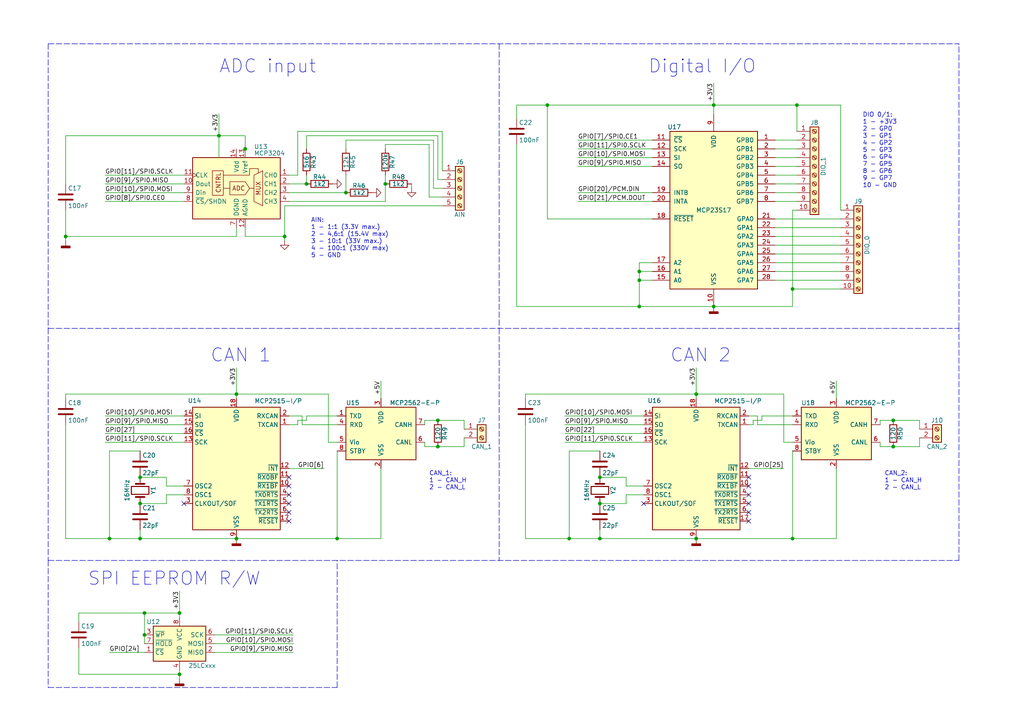
<source format=kicad_sch>
(kicad_sch (version 20211123) (generator eeschema)
  (paper "A4")
  (title_block (title "The Ulysses Board") (date "2022-08-29") (rev "1.2") (company "Dirk Gottschalk") (comment 1 "Extnded IO module") (comment 2 "Schematics") (comment 3 "Draft") (comment 4 "EN") (comment 5 "Tech- dev.") (comment 6 "n/a") (comment 7 "Dirk Gottschalk"))
  (lib_symbols
    (symbol "Analog_ADC:MCP3204" (pin_names (offset 0.762))
      (property "Reference" "U" (at -5.08 10.795 0))
      (property "Value" "MCP3204" (at -5.08 8.89 0))
      (symbol "MCP3204_0_0"
        (text "ADC" (at -0.635 -1.27 0) (effects (font (size 1.27 1.27))))
        (text "CNTRL" (at 5.969 -2.667 900) (effects (font (size 1.27 1.27)) (justify left bottom)))
        (text "MUX" (at -6.35 -1.27 900) (effects (font (size 1.27 1.27))))
      )
      (symbol "MCP3204_0_1"
        (polyline (pts (xy -5.08 -1.27) (xy -3.81 -1.27)))
        (polyline (pts (xy 1.905 -1.27) (xy 3.81 -1.27)))
        (polyline (pts (xy -7.62 3.81) (xy -7.62 -6.35) (xy -5.08 -5.08) (xy -5.08 2.54) (xy -7.62 3.81)))
        (polyline (pts (xy 3.81 2.54) (xy -3.81 2.54) (xy -3.81 4.445) (xy -6.35 4.445) (xy -6.35 3.175)))
        (polyline (pts (xy -3.81 -1.27) (xy -2.54 0.635) (xy 1.905 0.635) (xy 1.905 -3.175) (xy -2.54 -3.175) (xy -3.81 -1.27)))
        (rectangle (start 3.81 -3.302) (end 6.985 3.81))
        (rectangle (start 12.7 7.62) (end -12.7 -10.16) (stroke (width 0.254)) (fill (type background)))
      )
      (symbol "MCP3204_1_1"
        (pin input line (at -15.24 2.54 0) (length 2.54) (name "CH0") (number "1"))
        (pin output line (at 15.24 0 180) (length 2.54) (name "Dout") (number "10"))
        (pin input clock (at 15.24 2.54 180) (length 2.54) (name "CLK") (number "11"))
        (pin power_in line (at -2.54 -12.7 90) (length 2.54) (name "AGND") (number "12"))
        (pin power_in line (at -2.54 10.16 270) (length 2.54) (name "Vref") (number "13"))
        (pin power_in line (at 0 10.16 270) (length 2.54) (name "Vdd") (number "14"))
        (pin input line (at -15.24 0 0) (length 2.54) (name "CH1") (number "2"))
        (pin input line (at -15.24 -2.54 0) (length 2.54) (name "CH2") (number "3"))
        (pin input line (at -15.24 -5.08 0) (length 2.54) (name "CH3") (number "4"))
        (pin no_connect line (at -10.16 -12.7 90) (length 2.54) hide (name "NC") (number "5"))
        (pin no_connect line (at -7.62 -12.7 90) (length 2.54) hide (name "NC") (number "6"))
        (pin power_in line (at 0 -12.7 90) (length 2.54) (name "DGND") (number "7"))
        (pin input line (at 15.24 -5.08 180) (length 2.54) (name "~{CS}/SHDN") (number "8"))
        (pin input line (at 15.24 -2.54 180) (length 2.54) (name "Din") (number "9"))
      )
    )
    (symbol "Connector:Screw_Terminal_01x02" (pin_names (offset 1.016) hide)
      (property "Reference" "J" (at 0 2.54 0))
      (property "Value" "Screw_Terminal_01x02" (at 0 -5.08 0))
      (symbol "Screw_Terminal_01x02_1_1"
        (rectangle (start -1.27 1.27) (end 1.27 -3.81) (stroke (width 0.254)) (fill (type background)))
        (circle (center 0 -2.54) (radius 0.635) (stroke (width 0.1524)))
        (polyline (pts (xy -0.5334 -2.2098) (xy 0.3302 -3.048)) (stroke (width 0.1524)))
        (polyline (pts (xy -0.5334 0.3302) (xy 0.3302 -0.508)) (stroke (width 0.1524)))
        (polyline (pts (xy -0.3556 -2.032) (xy 0.508 -2.8702)) (stroke (width 0.1524)))
        (polyline (pts (xy -0.3556 0.508) (xy 0.508 -0.3302)) (stroke (width 0.1524)))
        (circle (center 0 0) (radius 0.635) (stroke (width 0.1524)))
        (pin passive line (at -5.08 0 0) (length 3.81) (name "Pin_1") (number "1"))
        (pin passive line (at -5.08 -2.54 0) (length 3.81) (name "Pin_2") (number "2"))
      )
    )
    (symbol "Connector:Screw_Terminal_01x05" (pin_names (offset 1.016) hide)
      (property "Reference" "J" (at 0 7.62 0))
      (property "Value" "Screw_Terminal_01x05" (at 0 -7.62 0))
      (symbol "Screw_Terminal_01x05_1_1"
        (rectangle (start -1.27 6.35) (end 1.27 -6.35) (stroke (width 0.254)) (fill (type background)))
        (circle (center 0 -5.08) (radius 0.635) (stroke (width 0.1524)))
        (circle (center 0 -2.54) (radius 0.635) (stroke (width 0.1524)))
        (polyline (pts (xy -0.5334 -4.7498) (xy 0.3302 -5.588)) (stroke (width 0.1524)))
        (polyline (pts (xy -0.5334 -2.2098) (xy 0.3302 -3.048)) (stroke (width 0.1524)))
        (polyline (pts (xy -0.5334 0.3302) (xy 0.3302 -0.508)) (stroke (width 0.1524)))
        (polyline (pts (xy -0.5334 2.8702) (xy 0.3302 2.032)) (stroke (width 0.1524)))
        (polyline (pts (xy -0.5334 5.4102) (xy 0.3302 4.572)) (stroke (width 0.1524)))
        (polyline (pts (xy -0.3556 -4.572) (xy 0.508 -5.4102)) (stroke (width 0.1524)))
        (polyline (pts (xy -0.3556 -2.032) (xy 0.508 -2.8702)) (stroke (width 0.1524)))
        (polyline (pts (xy -0.3556 0.508) (xy 0.508 -0.3302)) (stroke (width 0.1524)))
        (polyline (pts (xy -0.3556 3.048) (xy 0.508 2.2098)) (stroke (width 0.1524)))
        (polyline (pts (xy -0.3556 5.588) (xy 0.508 4.7498)) (stroke (width 0.1524)))
        (circle (center 0 0) (radius 0.635) (stroke (width 0.1524)))
        (circle (center 0 2.54) (radius 0.635) (stroke (width 0.1524)))
        (circle (center 0 5.08) (radius 0.635) (stroke (width 0.1524)))
        (pin passive line (at -5.08 5.08 0) (length 3.81) (name "Pin_1") (number "1"))
        (pin passive line (at -5.08 2.54 0) (length 3.81) (name "Pin_2") (number "2"))
        (pin passive line (at -5.08 0 0) (length 3.81) (name "Pin_3") (number "3"))
        (pin passive line (at -5.08 -2.54 0) (length 3.81) (name "Pin_4") (number "4"))
        (pin passive line (at -5.08 -5.08 0) (length 3.81) (name "Pin_5") (number "5"))
      )
    )
    (symbol "Connector:Screw_Terminal_01x10" (pin_names (offset 1.016) hide)
      (property "Reference" "J" (at 0 12.7 0))
      (property "Value" "Screw_Terminal_01x10" (at 0 -15.24 0))
      (symbol "Screw_Terminal_01x10_1_1"
        (rectangle (start -1.27 11.43) (end 1.27 -13.97) (stroke (width 0.254)) (fill (type background)))
        (circle (center 0 -12.7) (radius 0.635) (stroke (width 0.1524)))
        (circle (center 0 -10.16) (radius 0.635) (stroke (width 0.1524)))
        (circle (center 0 -7.62) (radius 0.635) (stroke (width 0.1524)))
        (circle (center 0 -5.08) (radius 0.635) (stroke (width 0.1524)))
        (circle (center 0 -2.54) (radius 0.635) (stroke (width 0.1524)))
        (polyline (pts (xy -0.5334 -12.3698) (xy 0.3302 -13.208)) (stroke (width 0.1524)))
        (polyline (pts (xy -0.5334 -9.8298) (xy 0.3302 -10.668)) (stroke (width 0.1524)))
        (polyline (pts (xy -0.5334 -7.2898) (xy 0.3302 -8.128)) (stroke (width 0.1524)))
        (polyline (pts (xy -0.5334 -4.7498) (xy 0.3302 -5.588)) (stroke (width 0.1524)))
        (polyline (pts (xy -0.5334 -2.2098) (xy 0.3302 -3.048)) (stroke (width 0.1524)))
        (polyline (pts (xy -0.5334 0.3302) (xy 0.3302 -0.508)) (stroke (width 0.1524)))
        (polyline (pts (xy -0.5334 2.8702) (xy 0.3302 2.032)) (stroke (width 0.1524)))
        (polyline (pts (xy -0.5334 5.4102) (xy 0.3302 4.572)) (stroke (width 0.1524)))
        (polyline (pts (xy -0.5334 7.9502) (xy 0.3302 7.112)) (stroke (width 0.1524)))
        (polyline (pts (xy -0.5334 10.4902) (xy 0.3302 9.652)) (stroke (width 0.1524)))
        (polyline (pts (xy -0.3556 -12.192) (xy 0.508 -13.0302)) (stroke (width 0.1524)))
        (polyline (pts (xy -0.3556 -9.652) (xy 0.508 -10.4902)) (stroke (width 0.1524)))
        (polyline (pts (xy -0.3556 -7.112) (xy 0.508 -7.9502)) (stroke (width 0.1524)))
        (polyline (pts (xy -0.3556 -4.572) (xy 0.508 -5.4102)) (stroke (width 0.1524)))
        (polyline (pts (xy -0.3556 -2.032) (xy 0.508 -2.8702)) (stroke (width 0.1524)))
        (polyline (pts (xy -0.3556 0.508) (xy 0.508 -0.3302)) (stroke (width 0.1524)))
        (polyline (pts (xy -0.3556 3.048) (xy 0.508 2.2098)) (stroke (width 0.1524)))
        (polyline (pts (xy -0.3556 5.588) (xy 0.508 4.7498)) (stroke (width 0.1524)))
        (polyline (pts (xy -0.3556 8.128) (xy 0.508 7.2898)) (stroke (width 0.1524)))
        (polyline (pts (xy -0.3556 10.668) (xy 0.508 9.8298)) (stroke (width 0.1524)))
        (circle (center 0 0) (radius 0.635) (stroke (width 0.1524)))
        (circle (center 0 2.54) (radius 0.635) (stroke (width 0.1524)))
        (circle (center 0 5.08) (radius 0.635) (stroke (width 0.1524)))
        (circle (center 0 7.62) (radius 0.635) (stroke (width 0.1524)))
        (circle (center 0 10.16) (radius 0.635) (stroke (width 0.1524)))
        (pin passive line (at -5.08 10.16 0) (length 3.81) (name "Pin_1") (number "1"))
        (pin passive line (at -5.08 -12.7 0) (length 3.81) (name "Pin_10") (number "10"))
        (pin passive line (at -5.08 7.62 0) (length 3.81) (name "Pin_2") (number "2"))
        (pin passive line (at -5.08 5.08 0) (length 3.81) (name "Pin_3") (number "3"))
        (pin passive line (at -5.08 2.54 0) (length 3.81) (name "Pin_4") (number "4"))
        (pin passive line (at -5.08 0 0) (length 3.81) (name "Pin_5") (number "5"))
        (pin passive line (at -5.08 -2.54 0) (length 3.81) (name "Pin_6") (number "6"))
        (pin passive line (at -5.08 -5.08 0) (length 3.81) (name "Pin_7") (number "7"))
        (pin passive line (at -5.08 -7.62 0) (length 3.81) (name "Pin_8") (number "8"))
        (pin passive line (at -5.08 -10.16 0) (length 3.81) (name "Pin_9") (number "9"))
      )
    )
    (symbol "Device:C" (pin_numbers hide) (pin_names (offset 0.254))
      (property "Reference" "C" (at 0.635 2.54 0))
      (property "Value" "C" (at 0.635 -2.54 0))
      (symbol "C_0_1"
        (polyline (pts (xy -2.032 -0.762) (xy 2.032 -0.762)) (stroke (width 0.508)))
        (polyline (pts (xy -2.032 0.762) (xy 2.032 0.762)) (stroke (width 0.508)))
      )
      (symbol "C_1_1"
        (pin passive line (at 0 3.81 270) (length 2.794) (name "~") (number "1"))
        (pin passive line (at 0 -3.81 90) (length 2.794) (name "~") (number "2"))
      )
    )
    (symbol "Device:Crystal" (pin_numbers hide) (pin_names (offset 1.016) hide)
      (property "Reference" "Y" (at 0 3.81 0))
      (property "Value" "Crystal" (at 0 -3.81 0))
      (symbol "Crystal_0_1"
        (rectangle (start -1.143 2.54) (end 1.143 -2.54) (stroke (width 0.3048)))
        (polyline (pts (xy -2.54 0) (xy -1.905 0)))
        (polyline (pts (xy -1.905 -1.27) (xy -1.905 1.27)) (stroke (width 0.508)))
        (polyline (pts (xy 1.905 -1.27) (xy 1.905 1.27)) (stroke (width 0.508)))
        (polyline (pts (xy 2.54 0) (xy 1.905 0)))
      )
      (symbol "Crystal_1_1"
        (pin passive line (at -3.81 0 0) (length 1.27) (name "1") (number "1"))
        (pin passive line (at 3.81 0 180) (length 1.27) (name "2") (number "2"))
      )
    )
    (symbol "Device:R" (pin_numbers hide) (pin_names (offset 0))
      (property "Reference" "R" (at 2.032 0 90))
      (property "Value" "R" (at 0 0 90))
      (symbol "R_0_1"
        (rectangle (start -1.016 -2.54) (end 1.016 2.54) (stroke (width 0.254)))
      )
      (symbol "R_1_1"
        (pin passive line (at 0 3.81 270) (length 1.27) (name "~") (number "1"))
        (pin passive line (at 0 -3.81 90) (length 1.27) (name "~") (number "2"))
      )
    )
    (symbol "Interface_CAN_LIN:MCP2515-xSO"
      (property "Reference" "U" (at -10.16 19.685 0))
      (property "Value" "MCP2515-xSO" (at 19.05 20.32 0))
      (symbol "MCP2515-xSO_0_1"
        (rectangle (start -12.7 17.78) (end 12.7 -17.78) (stroke (width 0.254)) (fill (type background)))
      )
      (symbol "MCP2515-xSO_1_1"
        (pin output line (at 15.24 12.7 180) (length 2.54) (name "TXCAN") (number "1"))
        (pin output line (at 15.24 -5.08 180) (length 2.54) (name "~{RX1BF}") (number "10"))
        (pin output line (at 15.24 -2.54 180) (length 2.54) (name "~{RX0BF}") (number "11"))
        (pin output line (at 15.24 0 180) (length 2.54) (name "~{INT}") (number "12"))
        (pin input line (at -15.24 7.62 0) (length 2.54) (name "SCK") (number "13"))
        (pin input line (at -15.24 15.24 0) (length 2.54) (name "SI") (number "14"))
        (pin output line (at -15.24 12.7 0) (length 2.54) (name "SO") (number "15"))
        (pin input line (at -15.24 10.16 0) (length 2.54) (name "~{CS}") (number "16"))
        (pin input line (at 15.24 -15.24 180) (length 2.54) (name "~{RESET}") (number "17"))
        (pin power_in line (at 0 20.32 270) (length 2.54) (name "VDD") (number "18"))
        (pin input line (at 15.24 15.24 180) (length 2.54) (name "RXCAN") (number "2"))
        (pin output line (at -15.24 -10.16 0) (length 2.54) (name "CLKOUT/SOF") (number "3"))
        (pin input line (at 15.24 -7.62 180) (length 2.54) (name "~{TX0RTS}") (number "4"))
        (pin input line (at 15.24 -10.16 180) (length 2.54) (name "~{TX1RTS}") (number "5"))
        (pin input line (at 15.24 -12.7 180) (length 2.54) (name "~{TX2RTS}") (number "6"))
        (pin output line (at -15.24 -5.08 0) (length 2.54) (name "OSC2") (number "7"))
        (pin input line (at -15.24 -7.62 0) (length 2.54) (name "OSC1") (number "8"))
        (pin power_in line (at 0 -20.32 90) (length 2.54) (name "VSS") (number "9"))
      )
    )
    (symbol "Interface_CAN_LIN:MCP2562-E-P" (pin_names (offset 1.016))
      (property "Reference" "U" (at -10.16 8.89 0))
      (property "Value" "MCP2562-E-P" (at 2.54 8.89 0))
      (symbol "MCP2562-E-P_0_1"
        (rectangle (start -10.16 7.62) (end 10.16 -7.62) (stroke (width 0.254)) (fill (type background)))
      )
      (symbol "MCP2562-E-P_1_1"
        (pin input line (at -12.7 5.08 0) (length 2.54) (name "TXD") (number "1"))
        (pin power_in line (at 0 -10.16 90) (length 2.54) (name "VSS") (number "2"))
        (pin power_in line (at 0 10.16 270) (length 2.54) (name "VDD") (number "3"))
        (pin output line (at -12.7 2.54 0) (length 2.54) (name "RXD") (number "4"))
        (pin power_in line (at -12.7 -2.54 0) (length 2.54) (name "Vio") (number "5"))
        (pin bidirectional line (at 12.7 -2.54 180) (length 2.54) (name "CANL") (number "6"))
        (pin bidirectional line (at 12.7 2.54 180) (length 2.54) (name "CANH") (number "7"))
        (pin input line (at -12.7 -5.08 0) (length 2.54) (name "STBY") (number "8"))
      )
    )
    (symbol "Interface_Expansion:MCP23S17_SP" (pin_names (offset 1.016))
      (property "Reference" "U" (at -11.43 24.13 0))
      (property "Value" "MCP23S17_SP" (at 0 0 0))
      (symbol "MCP23S17_SP_0_1"
        (rectangle (start -12.7 22.86) (end 12.7 -22.86) (stroke (width 0.254)) (fill (type background)))
      )
      (symbol "MCP23S17_SP_1_1"
        (pin bidirectional line (at 17.78 20.32 180) (length 5.08) (name "GPB0") (number "1"))
        (pin power_in line (at 0 -27.94 90) (length 5.08) (name "VSS") (number "10"))
        (pin input line (at -17.78 20.32 0) (length 5.08) (name "~{CS}") (number "11"))
        (pin input line (at -17.78 17.78 0) (length 5.08) (name "SCK") (number "12"))
        (pin input line (at -17.78 15.24 0) (length 5.08) (name "SI") (number "13"))
        (pin output line (at -17.78 12.7 0) (length 5.08) (name "SO") (number "14"))
        (pin input line (at -17.78 -20.32 0) (length 5.08) (name "A0") (number "15"))
        (pin input line (at -17.78 -17.78 0) (length 5.08) (name "A1") (number "16"))
        (pin input line (at -17.78 -15.24 0) (length 5.08) (name "A2") (number "17"))
        (pin input line (at -17.78 -2.54 0) (length 5.08) (name "~{RESET}") (number "18"))
        (pin tri_state line (at -17.78 5.08 0) (length 5.08) (name "INTB") (number "19"))
        (pin bidirectional line (at 17.78 17.78 180) (length 5.08) (name "GPB1") (number "2"))
        (pin tri_state line (at -17.78 2.54 0) (length 5.08) (name "INTA") (number "20"))
        (pin bidirectional line (at 17.78 -2.54 180) (length 5.08) (name "GPA0") (number "21"))
        (pin bidirectional line (at 17.78 -5.08 180) (length 5.08) (name "GPA1") (number "22"))
        (pin bidirectional line (at 17.78 -7.62 180) (length 5.08) (name "GPA2") (number "23"))
        (pin bidirectional line (at 17.78 -10.16 180) (length 5.08) (name "GPA3") (number "24"))
        (pin bidirectional line (at 17.78 -12.7 180) (length 5.08) (name "GPA4") (number "25"))
        (pin bidirectional line (at 17.78 -15.24 180) (length 5.08) (name "GPA5") (number "26"))
        (pin bidirectional line (at 17.78 -17.78 180) (length 5.08) (name "GPA6") (number "27"))
        (pin bidirectional line (at 17.78 -20.32 180) (length 5.08) (name "GPA7") (number "28"))
        (pin bidirectional line (at 17.78 15.24 180) (length 5.08) (name "GPB2") (number "3"))
        (pin bidirectional line (at 17.78 12.7 180) (length 5.08) (name "GPB3") (number "4"))
        (pin bidirectional line (at 17.78 10.16 180) (length 5.08) (name "GPB4") (number "5"))
        (pin bidirectional line (at 17.78 7.62 180) (length 5.08) (name "GPB5") (number "6"))
        (pin bidirectional line (at 17.78 5.08 180) (length 5.08) (name "GPB6") (number "7"))
        (pin bidirectional line (at 17.78 2.54 180) (length 5.08) (name "GPB7") (number "8"))
        (pin power_in line (at 0 27.94 270) (length 5.08) (name "VDD") (number "9"))
      )
    )
    (symbol "Memory_EEPROM:25LCxxx"
      (property "Reference" "U" (at -7.62 6.35 0))
      (property "Value" "25LCxxx" (at 2.54 -6.35 0))
      (symbol "25LCxxx_1_1"
        (rectangle (start -7.62 5.08) (end 7.62 -5.08) (stroke (width 0.254)) (fill (type background)))
        (pin input line (at -10.16 -2.54 0) (length 2.54) (name "~{CS}") (number "1"))
        (pin tri_state line (at 10.16 -2.54 180) (length 2.54) (name "MISO") (number "2"))
        (pin input line (at -10.16 2.54 0) (length 2.54) (name "~{WP}") (number "3"))
        (pin power_in line (at 0 -7.62 90) (length 2.54) (name "GND") (number "4"))
        (pin input line (at 10.16 0 180) (length 2.54) (name "MOSI") (number "5"))
        (pin input line (at 10.16 2.54 180) (length 2.54) (name "SCK") (number "6"))
        (pin input line (at -10.16 0 0) (length 2.54) (name "~{HOLD}") (number "7"))
        (pin power_in line (at 0 7.62 270) (length 2.54) (name "VCC") (number "8"))
      )
    )
    (symbol "power:GNDA" (power) (pin_names (offset 0))
      (property "Value" "GNDA" (at 0 -3.81 0))
      (symbol "GNDA_0_1"
        (polyline (pts (xy 0 0) (xy 0 -1.27) (xy 1.27 -1.27) (xy 0 -2.54) (xy -1.27 -1.27) (xy 0 -1.27)))
      )
      (symbol "GNDA_1_1"
        (pin power_in line (at 0 0 270) (length 0) hide (name "GNDA") (number "1"))
      )
    )
    (symbol "power:GNDD" (power) (pin_names (offset 0))
      (property "Value" "GNDD" (at 0 -3.175 0))
      (symbol "GNDD_0_1"
        (rectangle (start -1.27 -1.524) (end 1.27 -2.032) (stroke (width 0.254)) (fill (type outline)))
        (polyline (pts (xy 0 0) (xy 0 -1.524)))
      )
      (symbol "GNDD_1_1"
        (pin power_in line (at 0 0 270) (length 0) hide (name "GNDD") (number "1"))
      )
    )
  )
  (junction (at 52.07 195.58))
  (junction (at 97.79 156.21))
  (junction (at 40.64 138.43))
  (junction (at 31.75 156.21))
  (junction (at 259.08 129.54))
  (junction (at 173.99 138.43))
  (junction (at 68.58 114.3))
  (junction (at 185.42 88.9))
  (junction (at 207.01 30.48))
  (junction (at 19.05 68.58))
  (junction (at 111.76 53.34))
  (junction (at 207.01 88.9))
  (junction (at 173.99 156.21))
  (junction (at 229.87 83.82))
  (junction (at 52.07 177.8))
  (junction (at 185.42 81.28))
  (junction (at 68.58 156.21))
  (junction (at 100.33 55.88))
  (junction (at 71.12 43.18))
  (junction (at 229.87 156.21))
  (junction (at 158.75 30.48))
  (junction (at 185.42 78.74))
  (junction (at 173.99 146.05))
  (junction (at 127 121.92))
  (junction (at 82.55 68.58))
  (junction (at 165.1 156.21))
  (junction (at 40.64 156.21))
  (junction (at 201.93 156.21))
  (junction (at 201.93 114.3))
  (junction (at 127 129.54))
  (junction (at 40.64 146.05))
  (junction (at 41.91 184.15))
  (junction (at 259.08 121.92))
  (junction (at 41.91 177.8))
  (junction (at 231.14 30.48))
  (junction (at 88.9 53.34))
  (junction (at 63.5 39.37))
  (no_connect (at 53.34 146.05))
  (no_connect (at 186.69 146.05))
  (no_connect (at 217.17 143.51))
  (no_connect (at 217.17 146.05))
  (no_connect (at 217.17 148.59))
  (no_connect (at 217.17 151.13))
  (no_connect (at 217.17 138.43))
  (no_connect (at 217.17 140.97))
  (no_connect (at 83.82 143.51))
  (no_connect (at 83.82 138.43))
  (no_connect (at 83.82 140.97))
  (no_connect (at 83.82 146.05))
  (no_connect (at 83.82 148.59))
  (no_connect (at 83.82 151.13))
  (wire (pts (xy 231.14 45.72) (xy 224.79 45.72)))
  (wire (pts (xy 88.9 121.92) (xy 88.9 120.65)))
  (wire (pts (xy 119.38 53.34) (xy 119.38 54.61)))
  (wire (pts (xy 83.82 55.88) (xy 100.33 55.88)))
  (wire (pts (xy 30.48 58.42) (xy 53.34 58.42)))
  (wire (pts (xy 152.4 115.57) (xy 152.4 114.3)))
  (wire (pts (xy 87.63 120.65) (xy 87.63 123.19)))
  (wire (pts (xy 165.1 156.21) (xy 173.99 156.21)))
  (wire (pts (xy 128.27 59.69) (xy 82.55 59.69)))
  (wire (pts (xy 68.58 114.3) (xy 68.58 115.57)))
  (wire (pts (xy 255.27 129.54) (xy 259.08 129.54)))
  (wire (pts (xy 189.23 63.5) (xy 158.75 63.5)))
  (wire (pts (xy 152.4 123.19) (xy 152.4 156.21)))
  (polyline (pts (xy 13.97 199.39) (xy 97.79 199.39)))
  (wire (pts (xy 224.79 73.66) (xy 243.84 73.66)))
  (polyline (pts (xy 13.97 162.56) (xy 278.13 162.56)))
  (wire (pts (xy 189.23 76.2) (xy 185.42 76.2)))
  (wire (pts (xy 111.76 41.91) (xy 111.76 43.18)))
  (wire (pts (xy 63.5 33.02) (xy 63.5 39.37)))
  (wire (pts (xy 217.17 120.65) (xy 219.71 120.65)))
  (wire (pts (xy 22.86 180.34) (xy 22.86 177.8)))
  (wire (pts (xy 30.48 53.34) (xy 53.34 53.34)))
  (wire (pts (xy 224.79 63.5) (xy 243.84 63.5)))
  (wire (pts (xy 266.7 121.92) (xy 259.08 121.92)))
  (wire (pts (xy 152.4 114.3) (xy 201.93 114.3)))
  (wire (pts (xy 40.64 138.43) (xy 48.26 138.43)))
  (wire (pts (xy 110.49 110.49) (xy 110.49 115.57)))
  (wire (pts (xy 86.36 123.19) (xy 86.36 121.92)))
  (wire (pts (xy 181.61 140.97) (xy 186.69 140.97)))
  (wire (pts (xy 111.76 58.42) (xy 111.76 53.34)))
  (wire (pts (xy 83.82 53.34) (xy 88.9 53.34)))
  (wire (pts (xy 52.07 194.31) (xy 52.07 195.58)))
  (wire (pts (xy 231.14 48.26) (xy 224.79 48.26)))
  (wire (pts (xy 22.86 177.8) (xy 41.91 177.8)))
  (wire (pts (xy 173.99 146.05) (xy 181.61 146.05)))
  (wire (pts (xy 31.75 156.21) (xy 40.64 156.21)))
  (wire (pts (xy 63.5 39.37) (xy 71.12 39.37)))
  (wire (pts (xy 243.84 60.96) (xy 243.84 30.48)))
  (wire (pts (xy 52.07 195.58) (xy 52.07 196.85)))
  (wire (pts (xy 63.5 39.37) (xy 63.5 45.72)))
  (wire (pts (xy 231.14 55.88) (xy 224.79 55.88)))
  (wire (pts (xy 128.27 54.61) (xy 125.73 54.61)))
  (wire (pts (xy 97.79 156.21) (xy 68.58 156.21)))
  (wire (pts (xy 30.48 123.19) (xy 53.34 123.19)))
  (polyline (pts (xy 13.97 95.25) (xy 13.97 162.56)))
  (wire (pts (xy 255.27 121.92) (xy 259.08 121.92)))
  (wire (pts (xy 185.42 76.2) (xy 185.42 78.74)))
  (wire (pts (xy 266.7 124.46) (xy 266.7 121.92)))
  (wire (pts (xy 111.76 53.34) (xy 111.76 50.8)))
  (wire (pts (xy 229.87 130.81) (xy 229.87 156.21)))
  (wire (pts (xy 22.86 195.58) (xy 52.07 195.58)))
  (wire (pts (xy 71.12 66.04) (xy 71.12 68.58)))
  (wire (pts (xy 167.64 45.72) (xy 189.23 45.72)))
  (wire (pts (xy 97.79 128.27) (xy 95.25 128.27)))
  (wire (pts (xy 52.07 177.8) (xy 52.07 179.07)))
  (wire (pts (xy 224.79 71.12) (xy 243.84 71.12)))
  (wire (pts (xy 87.63 123.19) (xy 97.79 123.19)))
  (wire (pts (xy 128.27 52.07) (xy 127 52.07)))
  (wire (pts (xy 48.26 138.43) (xy 48.26 140.97)))
  (wire (pts (xy 219.71 123.19) (xy 229.87 123.19)))
  (wire (pts (xy 82.55 68.58) (xy 82.55 69.85)))
  (wire (pts (xy 128.27 38.1) (xy 86.36 38.1)))
  (wire (pts (xy 62.23 186.69) (xy 85.09 186.69)))
  (wire (pts (xy 231.14 43.18) (xy 224.79 43.18)))
  (wire (pts (xy 128.27 49.53) (xy 128.27 38.1)))
  (wire (pts (xy 207.01 88.9) (xy 185.42 88.9)))
  (wire (pts (xy 62.23 189.23) (xy 85.09 189.23)))
  (wire (pts (xy 167.64 58.42) (xy 189.23 58.42)))
  (wire (pts (xy 231.14 40.64) (xy 224.79 40.64)))
  (wire (pts (xy 40.64 130.81) (xy 31.75 130.81)))
  (wire (pts (xy 158.75 30.48) (xy 207.01 30.48)))
  (wire (pts (xy 255.27 128.27) (xy 255.27 129.54)))
  (wire (pts (xy 243.84 83.82) (xy 229.87 83.82)))
  (polyline (pts (xy 144.78 95.25) (xy 144.78 162.56)))
  (wire (pts (xy 83.82 120.65) (xy 87.63 120.65)))
  (polyline (pts (xy 13.97 12.7) (xy 278.13 12.7)))
  (wire (pts (xy 30.48 125.73) (xy 53.34 125.73)))
  (wire (pts (xy 123.19 123.19) (xy 123.19 121.92)))
  (wire (pts (xy 110.49 135.89) (xy 110.49 156.21)))
  (wire (pts (xy 123.19 128.27) (xy 123.19 129.54)))
  (wire (pts (xy 231.14 60.96) (xy 229.87 60.96)))
  (polyline (pts (xy 13.97 12.7) (xy 13.97 95.25)))
  (wire (pts (xy 48.26 143.51) (xy 53.34 143.51)))
  (wire (pts (xy 231.14 50.8) (xy 224.79 50.8)))
  (wire (pts (xy 173.99 130.81) (xy 165.1 130.81)))
  (wire (pts (xy 134.62 127) (xy 134.62 129.54)))
  (wire (pts (xy 82.55 59.69) (xy 82.55 68.58)))
  (wire (pts (xy 149.86 34.29) (xy 149.86 30.48)))
  (wire (pts (xy 124.46 57.15) (xy 124.46 41.91)))
  (wire (pts (xy 181.61 138.43) (xy 181.61 140.97)))
  (wire (pts (xy 207.01 30.48) (xy 207.01 33.02)))
  (wire (pts (xy 86.36 121.92) (xy 88.9 121.92)))
  (wire (pts (xy 173.99 156.21) (xy 173.99 153.67)))
  (wire (pts (xy 134.62 124.46) (xy 134.62 121.92)))
  (wire (pts (xy 71.12 39.37) (xy 71.12 43.18)))
  (wire (pts (xy 224.79 78.74) (xy 243.84 78.74)))
  (wire (pts (xy 231.14 38.1) (xy 231.14 30.48)))
  (polyline (pts (xy 13.97 162.56) (xy 13.97 199.39)))
  (wire (pts (xy 19.05 115.57) (xy 19.05 114.3)))
  (wire (pts (xy 231.14 58.42) (xy 224.79 58.42)))
  (wire (pts (xy 201.93 106.68) (xy 201.93 114.3)))
  (wire (pts (xy 83.82 58.42) (xy 111.76 58.42)))
  (wire (pts (xy 167.64 55.88) (xy 189.23 55.88)))
  (wire (pts (xy 227.33 128.27) (xy 227.33 114.3)))
  (wire (pts (xy 134.62 129.54) (xy 127 129.54)))
  (wire (pts (xy 229.87 60.96) (xy 229.87 83.82)))
  (wire (pts (xy 19.05 60.96) (xy 19.05 68.58)))
  (wire (pts (xy 19.05 68.58) (xy 19.05 69.85)))
  (wire (pts (xy 165.1 130.81) (xy 165.1 156.21)))
  (wire (pts (xy 266.7 129.54) (xy 259.08 129.54)))
  (wire (pts (xy 40.64 146.05) (xy 48.26 146.05)))
  (wire (pts (xy 217.17 135.89) (xy 227.33 135.89)))
  (wire (pts (xy 100.33 50.8) (xy 100.33 55.88)))
  (wire (pts (xy 181.61 143.51) (xy 186.69 143.51)))
  (wire (pts (xy 220.98 120.65) (xy 229.87 120.65)))
  (wire (pts (xy 207.01 24.13) (xy 207.01 30.48)))
  (wire (pts (xy 41.91 177.8) (xy 41.91 184.15)))
  (wire (pts (xy 181.61 146.05) (xy 181.61 143.51)))
  (wire (pts (xy 163.83 120.65) (xy 186.69 120.65)))
  (wire (pts (xy 83.82 135.89) (xy 93.98 135.89)))
  (wire (pts (xy 173.99 156.21) (xy 201.93 156.21)))
  (wire (pts (xy 220.98 121.92) (xy 220.98 120.65)))
  (wire (pts (xy 158.75 63.5) (xy 158.75 30.48)))
  (wire (pts (xy 19.05 39.37) (xy 63.5 39.37)))
  (wire (pts (xy 30.48 128.27) (xy 53.34 128.27)))
  (wire (pts (xy 167.64 43.18) (xy 189.23 43.18)))
  (wire (pts (xy 218.44 121.92) (xy 220.98 121.92)))
  (wire (pts (xy 224.79 76.2) (xy 243.84 76.2)))
  (wire (pts (xy 217.17 123.19) (xy 218.44 123.19)))
  (wire (pts (xy 19.05 156.21) (xy 31.75 156.21)))
  (wire (pts (xy 86.36 38.1) (xy 86.36 50.8)))
  (wire (pts (xy 95.25 128.27) (xy 95.25 114.3)))
  (wire (pts (xy 30.48 120.65) (xy 53.34 120.65)))
  (wire (pts (xy 30.48 50.8) (xy 53.34 50.8)))
  (wire (pts (xy 167.64 48.26) (xy 189.23 48.26)))
  (wire (pts (xy 30.48 55.88) (xy 53.34 55.88)))
  (wire (pts (xy 40.64 156.21) (xy 40.64 153.67)))
  (wire (pts (xy 255.27 123.19) (xy 255.27 121.92)))
  (wire (pts (xy 41.91 184.15) (xy 41.91 186.69)))
  (wire (pts (xy 185.42 78.74) (xy 185.42 81.28)))
  (polyline (pts (xy 278.13 162.56) (xy 278.13 95.25)))
  (wire (pts (xy 19.05 123.19) (xy 19.05 156.21)))
  (wire (pts (xy 86.36 50.8) (xy 83.82 50.8)))
  (wire (pts (xy 31.75 130.81) (xy 31.75 156.21)))
  (wire (pts (xy 123.19 121.92) (xy 127 121.92)))
  (wire (pts (xy 242.57 156.21) (xy 229.87 156.21)))
  (wire (pts (xy 83.82 123.19) (xy 86.36 123.19)))
  (wire (pts (xy 163.83 125.73) (xy 186.69 125.73)))
  (wire (pts (xy 127 52.07) (xy 127 39.37)))
  (wire (pts (xy 134.62 121.92) (xy 127 121.92)))
  (wire (pts (xy 231.14 30.48) (xy 207.01 30.48)))
  (wire (pts (xy 219.71 120.65) (xy 219.71 123.19)))
  (wire (pts (xy 231.14 53.34) (xy 224.79 53.34)))
  (wire (pts (xy 95.25 114.3) (xy 68.58 114.3)))
  (wire (pts (xy 52.07 171.45) (xy 52.07 177.8)))
  (wire (pts (xy 224.79 66.04) (xy 243.84 66.04)))
  (wire (pts (xy 82.55 68.58) (xy 71.12 68.58)))
  (wire (pts (xy 163.83 128.27) (xy 186.69 128.27)))
  (wire (pts (xy 48.26 146.05) (xy 48.26 143.51)))
  (wire (pts (xy 185.42 78.74) (xy 189.23 78.74)))
  (wire (pts (xy 242.57 135.89) (xy 242.57 156.21)))
  (wire (pts (xy 128.27 57.15) (xy 124.46 57.15)))
  (wire (pts (xy 149.86 88.9) (xy 185.42 88.9)))
  (wire (pts (xy 227.33 114.3) (xy 201.93 114.3)))
  (polyline (pts (xy 13.97 95.25) (xy 278.13 95.25)))
  (wire (pts (xy 149.86 30.48) (xy 158.75 30.48)))
  (wire (pts (xy 125.73 40.64) (xy 100.33 40.64)))
  (wire (pts (xy 22.86 187.96) (xy 22.86 195.58)))
  (wire (pts (xy 97.79 130.81) (xy 97.79 156.21)))
  (wire (pts (xy 218.44 123.19) (xy 218.44 121.92)))
  (wire (pts (xy 88.9 120.65) (xy 97.79 120.65)))
  (wire (pts (xy 62.23 184.15) (xy 85.09 184.15)))
  (wire (pts (xy 68.58 106.68) (xy 68.58 114.3)))
  (wire (pts (xy 167.64 40.64) (xy 189.23 40.64)))
  (wire (pts (xy 71.12 43.18) (xy 71.12 45.72)))
  (wire (pts (xy 48.26 140.97) (xy 53.34 140.97)))
  (wire (pts (xy 243.84 30.48) (xy 231.14 30.48)))
  (wire (pts (xy 88.9 39.37) (xy 88.9 43.18)))
  (wire (pts (xy 88.9 50.8) (xy 88.9 53.34)))
  (wire (pts (xy 207.01 88.9) (xy 229.87 88.9)))
  (wire (pts (xy 125.73 54.61) (xy 125.73 40.64)))
  (wire (pts (xy 173.99 138.43) (xy 181.61 138.43)))
  (wire (pts (xy 185.42 81.28) (xy 185.42 88.9)))
  (wire (pts (xy 242.57 110.49) (xy 242.57 115.57)))
  (wire (pts (xy 149.86 41.91) (xy 149.86 88.9)))
  (wire (pts (xy 31.75 189.23) (xy 41.91 189.23)))
  (wire (pts (xy 266.7 127) (xy 266.7 129.54)))
  (polyline (pts (xy 144.78 12.7) (xy 144.78 95.25)))
  (wire (pts (xy 163.83 123.19) (xy 186.69 123.19)))
  (wire (pts (xy 224.79 68.58) (xy 243.84 68.58)))
  (wire (pts (xy 201.93 114.3) (xy 201.93 115.57)))
  (wire (pts (xy 127 39.37) (xy 88.9 39.37)))
  (wire (pts (xy 229.87 156.21) (xy 201.93 156.21)))
  (polyline (pts (xy 278.13 95.25) (xy 278.13 12.7)))
  (wire (pts (xy 229.87 88.9) (xy 229.87 83.82)))
  (wire (pts (xy 110.49 156.21) (xy 97.79 156.21)))
  (wire (pts (xy 41.91 177.8) (xy 52.07 177.8)))
  (wire (pts (xy 123.19 129.54) (xy 127 129.54)))
  (wire (pts (xy 68.58 68.58) (xy 68.58 66.04)))
  (wire (pts (xy 100.33 40.64) (xy 100.33 43.18)))
  (wire (pts (xy 19.05 53.34) (xy 19.05 39.37)))
  (wire (pts (xy 229.87 128.27) (xy 227.33 128.27)))
  (wire (pts (xy 224.79 81.28) (xy 243.84 81.28)))
  (wire (pts (xy 19.05 68.58) (xy 68.58 68.58)))
  (wire (pts (xy 152.4 156.21) (xy 165.1 156.21)))
  (wire (pts (xy 189.23 81.28) (xy 185.42 81.28)))
  (wire (pts (xy 19.05 114.3) (xy 68.58 114.3)))
  (wire (pts (xy 40.64 156.21) (xy 68.58 156.21)))
  (wire (pts (xy 124.46 41.91) (xy 111.76 41.91)))
  (polyline (pts (xy 97.79 199.39) (xy 97.79 162.56)))
  (text "CAN_2:\n1 - CAN_H\n2 - CAN_L" (at 256.54 142.24 0) (effects (font (size 1.27 1.27)) (justify left bottom)))
  (text "CAN_1:\n1 - CAN_H\n2 - CAN_L" (at 124.46 142.24 0) (effects (font (size 1.27 1.27)) (justify left bottom)))
  (text "CAN 2" (at 194.31 105.41 0) (effects (font (size 3.81 3.81)) (justify left bottom)))
  (text "Digital I/O" (at 187.96 21.59 0) (effects (font (size 3.81 3.81)) (justify left bottom)))
  (text "AIN:\n1 - 1:1 (3.3V max.)\n2 - 4,6:1 (15.4V max)\n3 - 10:1 (33V max.)\n4 - 100:1 (330V max)\n5 - GND" (at 90.17 74.93 0) (effects (font (size 1.27 1.27)) (justify left bottom)))
  (text "CAN 1" (at 60.96 105.41 0) (effects (font (size 3.81 3.81)) (justify left bottom)))
  (text "ADC input" (at 63.5 21.59 0) (effects (font (size 3.81 3.81)) (justify left bottom)))
  (text "DIO 0/1:\n1 - +3V3\n2 - GP0\n3 - GP1\n4 - GP2\n5 - GP3\n6 - GP4\n7 - GP5\n8 - GP6\n9 - GP7\n10 - GND\n" (at 250.19 54.61 0) (effects (font (size 1.27 1.27)) (justify left bottom)))
  (text "SPI EEPROM R/W" (at 25.4 170.18 0) (effects (font (size 3.81 3.81)) (justify left bottom)))
  (label "+3V3" (at 52.07 171.45 270))
  (label "GPIO[11]{slash}SPI0.SCLK" (at 85.09 184.15 180))
  (label "GPIO[25]" (at 227.33 135.89 180))
  (label "GPIO[10]{slash}SPI0.MOSI" (at 163.83 120.65 0))
  (label "+3V3" (at 201.93 106.68 270))
  (label "+3V3" (at 68.58 106.68 270))
  (label "GPIO[9]{slash}SPI0.MISO" (at 167.64 48.26 0))
  (label "GPIO[11]{slash}SPI0.SCLK" (at 167.64 43.18 0))
  (label "GPIO[9]{slash}SPI0.MISO" (at 30.48 53.34 0))
  (label "GPIO[11]{slash}SPI0.SCLK" (at 163.83 128.27 0))
  (label "GPIO[10]{slash}SPI0.MOSI" (at 30.48 55.88 0))
  (label "GPIO[10]{slash}SPI0.MOSI" (at 30.48 120.65 0))
  (label "+5V" (at 242.57 110.49 270))
  (label "GPIO[10]{slash}SPI0.MOSI" (at 85.09 186.69 180))
  (label "GPIO[11]{slash}SPI0.SCLK" (at 30.48 50.8 0))
  (label "GPIO[7]{slash}SPI0.CE1" (at 167.64 40.64 0))
  (label "GPIO[21]{slash}PCM.DOUT" (at 167.64 58.42 0))
  (label "GPIO[27]" (at 30.48 125.73 0))
  (label "GPIO[20]{slash}PCM.DIN" (at 167.64 55.88 0))
  (label "GPIO[9]{slash}SPI0.MISO" (at 85.09 189.23 180))
  (label "GPIO[10]{slash}SPI0.MOSI" (at 167.64 45.72 0))
  (label "GPIO[9]{slash}SPI0.MISO" (at 163.83 123.19 0))
  (label "+5V" (at 110.49 110.49 270))
  (label "GPIO[8]{slash}SPI0.CE0" (at 30.48 58.42 0))
  (label "GPIO[9]{slash}SPI0.MISO" (at 30.48 123.19 0))
  (label "GPIO[24]" (at 31.75 189.23 0))
  (label "GPIO[11]{slash}SPI0.SCLK" (at 30.48 128.27 0))
  (label "GPIO[6]" (at 93.98 135.89 180))
  (label "GPIO[22]" (at 163.83 125.73 0))
  (label "+3V3" (at 63.5 33.02 270))
  (label "+3V3" (at 207.01 24.13 270))
  (symbol (lib_id "Device:C") (at 173.99 149.86 0) (unit 1)
    (property "Reference" "C25" (at 174.625 147.32 0) (effects (justify left)))
    (property "Value" "22pF" (at 174.625 152.4 0) (effects (justify left)))
  )
  (symbol (lib_id "power:GNDD") (at 19.05 69.85 0) (unit 1)
    (property "Reference" "#PWR022" (effects hide))
    (property "Value" "GNDD" (effects hide))
  )
  (symbol (lib_id "Memory_EEPROM:25LCxxx") (at 52.07 186.69 0) (unit 1)
    (property "Reference" "U12" (at 44.45 180.34 0))
    (property "Value" "25LCxxx" (at 54.61 193.04 0) (effects (justify left)))
    (property "Footprint" "Package_DIP:DIP-8_W7.62mm_LongPads" (effects hide))
    (property "Datasheet" "http://ww1.microchip.com/downloads/en/DeviceDoc/21832H.pdf" (effects hide))
  )
  (symbol (lib_id "Device:R") (at 259.08 125.73 0) (unit 1)
    (property "Reference" "R50" (at 261.112 125.73 90))
    (property "Value" "120" (at 259.08 125.73 90))
  )
  (symbol (lib_id "Connector:Screw_Terminal_01x02") (at 139.7 124.46 0) (unit 1)
    (property "Reference" "J7" (at 139.7 121.92 0))
    (property "Value" "CAN_1" (at 139.7 129.54 0))
  )
  (symbol (lib_id "Device:R") (at 100.33 46.99 0) (unit 1)
    (property "Reference" "R45" (at 102.362 46.99 90))
    (property "Value" "12k" (at 100.33 46.99 90))
  )
  (symbol (lib_id "Connector:Screw_Terminal_01x10") (at 236.22 48.26 0) (unit 1)
    (property "Reference" "J8" (at 236.22 35.56 0))
    (property "Value" "DIO_1" (at 238.76 48.26 90))
  )
  (symbol (lib_id "Device:C") (at 40.64 149.86 0) (unit 1)
    (property "Reference" "C21" (at 41.275 147.32 0) (effects (justify left)))
    (property "Value" "22pF" (at 41.275 152.4 0) (effects (justify left)))
  )
  (symbol (lib_id "Device:C") (at 19.05 57.15 0) (unit 1)
    (property "Reference" "C17" (at 19.685 54.61 0) (effects (justify left)))
    (property "Value" "100nF" (at 19.685 59.69 0) (effects (justify left)))
  )
  (symbol (lib_id "power:GNDD") (at 201.93 156.21 0) (unit 1)
    (property "Reference" "#PWR029" (effects hide))
    (property "Value" "GNDD" (effects hide))
  )
  (symbol (lib_id "Device:R") (at 115.57 53.34 90) (unit 1)
    (property "Reference" "R48" (at 115.57 51.308 90))
    (property "Value" "1k2" (at 115.57 53.34 90))
  )
  (symbol (lib_id "power:GNDD") (at 207.01 88.9 0) (unit 1)
    (property "Reference" "#PWR030" (effects hide))
    (property "Value" "GNDD" (effects hide))
  )
  (symbol (lib_id "Interface_Expansion:MCP23S17_SP") (at 207.01 60.96 0) (unit 1)
    (property "Reference" "U17" (at 195.58 36.83 0))
    (property "Value" "MCP23S17" (at 207.01 60.96 0))
    (property "Footprint" "Package_DIP:DIP-28_W7.62mm_Socket_LongPads" (effects hide))
    (property "Datasheet" "http://ww1.microchip.com/downloads/en/DeviceDoc/20001952C.pdf" (effects hide))
  )
  (symbol (lib_id "Device:C") (at 152.4 119.38 0) (unit 1)
    (property "Reference" "C23" (at 153.035 116.84 0) (effects (justify left)))
    (property "Value" "100nF" (at 153.035 121.92 0) (effects (justify left)))
  )
  (symbol (lib_id "Analog_ADC:MCP3204") (at 68.58 53.34 0) (mirror y) (unit 1)
    (property "Reference" "U13" (at 73.66 42.545 0) (effects (justify right)))
    (property "Value" "MCP3204" (at 73.66 44.45 0) (effects (justify right)))
    (property "Datasheet" "http://ww1.microchip.com/downloads/en/DeviceDoc/21298c.pdf" (effects hide))
  )
  (symbol (lib_id "power:GNDA") (at 82.55 69.85 0) (unit 1)
    (property "Reference" "#PWR025" (effects hide))
    (property "Value" "GNDA" (effects hide))
  )
  (symbol (lib_id "Device:C") (at 19.05 119.38 0) (unit 1)
    (property "Reference" "C18" (at 19.685 116.84 0) (effects (justify left)))
    (property "Value" "100nF" (at 19.685 121.92 0) (effects (justify left)))
  )
  (symbol (lib_id "Device:R") (at 111.76 46.99 0) (unit 1)
    (property "Reference" "R47" (at 113.792 46.99 90))
    (property "Value" "120k" (at 111.76 46.99 90))
  )
  (symbol (lib_id "Device:C") (at 22.86 184.15 0) (unit 1)
    (property "Reference" "C19" (at 23.495 181.61 0) (effects (justify left)))
    (property "Value" "100nF" (at 23.495 186.69 0) (effects (justify left)))
  )
  (symbol (lib_id "Interface_CAN_LIN:MCP2515-xSO") (at 201.93 135.89 0) (unit 1)
    (property "Reference" "U16" (at 191.77 116.205 0) (effects (justify right)))
    (property "Value" "MCP2515-I/P" (at 220.98 115.57 0) (effects (justify right top)))
    (property "Footprint" "Package_DIP:DIP-16_W7.62mm_LongPads" (effects hide))
    (property "Datasheet" "http://ww1.microchip.com/downloads/en/DeviceDoc/21801e.pdf" (effects hide))
  )
  (symbol (lib_id "power:GNDD") (at 68.58 156.21 0) (unit 1)
    (property "Reference" "#PWR024" (effects hide))
    (property "Value" "GNDD" (effects hide))
  )
  (symbol (lib_id "power:GNDA") (at 96.52 53.34 90) (unit 1)
    (property "Reference" "#PWR026" (effects hide))
    (property "Value" "GNDA" (effects hide))
  )
  (symbol (lib_id "Connector:Screw_Terminal_01x05") (at 133.35 54.61 0) (unit 1)
    (property "Reference" "J6" (at 133.35 46.99 0))
    (property "Value" "AIN" (at 133.35 62.23 0))
  )
  (symbol (lib_id "Connector:Screw_Terminal_01x10") (at 248.92 71.12 0) (unit 1)
    (property "Reference" "J9" (at 248.92 58.42 0))
    (property "Value" "DIO_0" (at 251.46 71.12 90))
  )
  (symbol (lib_id "Device:C") (at 149.86 38.1 0) (unit 1)
    (property "Reference" "C22" (at 150.495 35.56 0) (effects (justify left)))
    (property "Value" "100nF" (at 150.495 40.64 0) (effects (justify left)))
  )
  (symbol (lib_id "Device:C") (at 173.99 134.62 0) (unit 1)
    (property "Reference" "C24" (at 174.625 132.08 0) (effects (justify left)))
    (property "Value" "22pF" (at 174.625 137.16 0) (effects (justify left)))
  )
  (symbol (lib_id "Device:Crystal") (at 40.64 142.24 270) (unit 1)
    (property "Reference" "Y1" (at 44.45 142.24 0))
    (property "Value" "16MHz" (at 36.83 142.24 0))
    (property "Footprint" "Crystal:Crystal_HC52-6mm_Vertical" (effects hide))
  )
  (symbol (lib_id "Device:Crystal") (at 173.99 142.24 270) (unit 1)
    (property "Reference" "Y2" (at 177.8 142.24 0))
    (property "Value" "16MHz" (at 170.18 142.24 0))
    (property "Footprint" "Crystal:Crystal_HC52-6mm_Vertical" (effects hide))
  )
  (symbol (lib_id "Device:C") (at 40.64 134.62 0) (unit 1)
    (property "Reference" "C20" (at 41.275 132.08 0) (effects (justify left)))
    (property "Value" "22pF" (at 41.275 137.16 0) (effects (justify left)))
  )
  (symbol (lib_id "power:GNDA") (at 119.38 54.61 0) (unit 1)
    (property "Reference" "#PWR028" (effects hide))
    (property "Value" "GNDA" (effects hide))
  )
  (symbol (lib_id "power:GNDA") (at 107.95 55.88 90) (unit 1)
    (property "Reference" "#PWR027" (effects hide))
    (property "Value" "GNDA" (effects hide))
  )
  (symbol (lib_id "Interface_CAN_LIN:MCP2562-E-P") (at 110.49 125.73 0) (unit 1)
    (property "Reference" "U15" (at 100.33 116.84 0) (effects (justify left)))
    (property "Value" "MCP2562-E-P" (at 113.03 116.84 0) (effects (justify left)))
    (property "Footprint" "Package_DIP:DIP-8_W7.62mm" (effects hide))
    (property "Datasheet" "http://ww1.microchip.com/downloads/en/DeviceDoc/25167A.pdf" (effects hide))
  )
  (symbol (lib_id "Device:R") (at 127 125.73 0) (unit 1)
    (property "Reference" "R49" (at 129.032 125.73 90))
    (property "Value" "120" (at 127 125.73 90))
  )
  (symbol (lib_id "power:GNDD") (at 52.07 196.85 0) (unit 1)
    (property "Reference" "#PWR023" (effects hide))
    (property "Value" "GNDD" (effects hide))
  )
  (symbol (lib_id "Device:R") (at 88.9 46.99 0) (unit 1)
    (property "Reference" "R43" (at 90.932 46.99 90))
    (property "Value" "5k6" (at 88.9 46.99 90))
  )
  (symbol (lib_id "Connector:Screw_Terminal_01x02") (at 271.78 124.46 0) (unit 1)
    (property "Reference" "J10" (at 271.78 121.92 0))
    (property "Value" "CAN_2" (at 271.78 129.54 0))
  )
  (symbol (lib_id "Device:R") (at 92.71 53.34 90) (unit 1)
    (property "Reference" "R44" (at 92.71 51.308 90))
    (property "Value" "1k2" (at 92.71 53.34 90))
  )
  (symbol (lib_id "Device:R") (at 104.14 55.88 90) (unit 1)
    (property "Reference" "R46" (at 104.14 53.848 90))
    (property "Value" "1k2" (at 104.14 55.88 90))
  )
  (symbol (lib_id "Interface_CAN_LIN:MCP2562-E-P") (at 242.57 125.73 0) (unit 1)
    (property "Reference" "U18" (at 232.41 116.84 0) (effects (justify left)))
    (property "Value" "MCP2562-E-P" (at 245.11 116.84 0) (effects (justify left)))
    (property "Footprint" "Package_DIP:DIP-8_W7.62mm" (effects hide))
    (property "Datasheet" "http://ww1.microchip.com/downloads/en/DeviceDoc/25167A.pdf" (effects hide))
  )
  (symbol (lib_id "Interface_CAN_LIN:MCP2515-xSO") (at 68.58 135.89 0) (unit 1)
    (property "Reference" "U14" (at 58.42 116.205 0) (effects (justify right)))
    (property "Value" "MCP2515-I/P" (at 87.63 115.57 0) (effects (justify right top)))
    (property "Footprint" "Package_DIP:DIP-16_W7.62mm_LongPads" (effects hide))
    (property "Datasheet" "http://ww1.microchip.com/downloads/en/DeviceDoc/21801e.pdf" (effects hide))
  )
)
</source>
